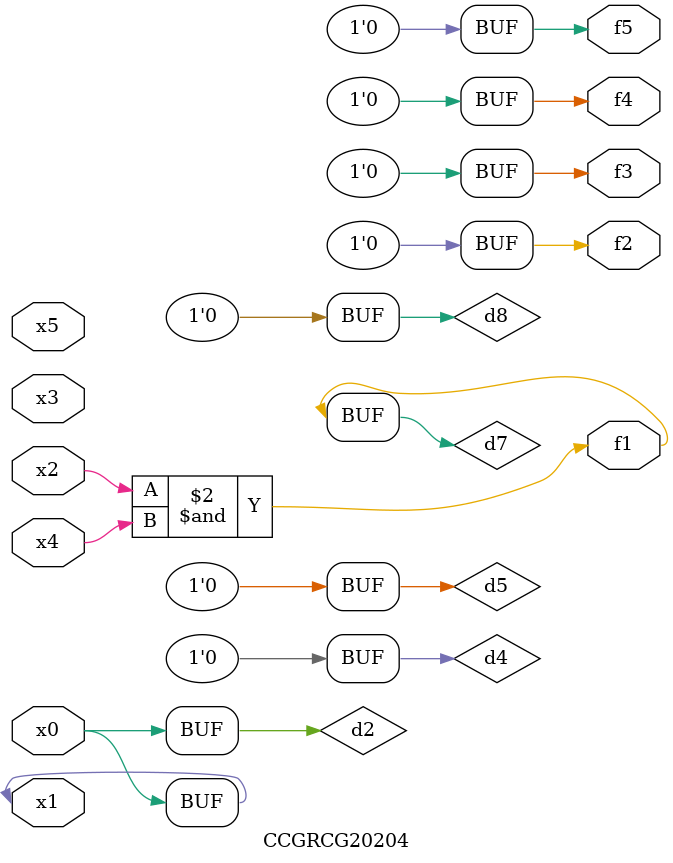
<source format=v>
module CCGRCG20204(
	input x0, x1, x2, x3, x4, x5,
	output f1, f2, f3, f4, f5
);

	wire d1, d2, d3, d4, d5, d6, d7, d8, d9;

	nand (d1, x1);
	buf (d2, x0, x1);
	nand (d3, x2, x4);
	and (d4, d1, d2);
	and (d5, d1, d2);
	nand (d6, d1, d3);
	not (d7, d3);
	xor (d8, d5);
	nor (d9, d5, d6);
	assign f1 = d7;
	assign f2 = d8;
	assign f3 = d8;
	assign f4 = d8;
	assign f5 = d8;
endmodule

</source>
